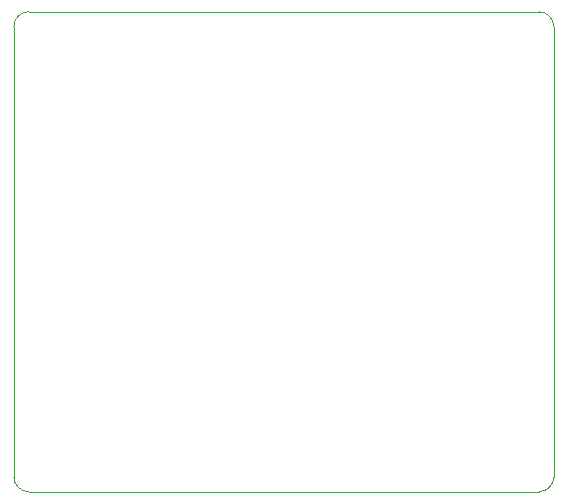
<source format=gbr>
G04 #@! TF.GenerationSoftware,KiCad,Pcbnew,(5.1.6)-1*
G04 #@! TF.CreationDate,2020-07-28T00:02:14-05:00*
G04 #@! TF.ProjectId,VL53L0XSensor,564c3533-4c30-4585-9365-6e736f722e6b,rev?*
G04 #@! TF.SameCoordinates,Original*
G04 #@! TF.FileFunction,Profile,NP*
%FSLAX46Y46*%
G04 Gerber Fmt 4.6, Leading zero omitted, Abs format (unit mm)*
G04 Created by KiCad (PCBNEW (5.1.6)-1) date 2020-07-28 00:02:14*
%MOMM*%
%LPD*%
G01*
G04 APERTURE LIST*
G04 #@! TA.AperFunction,Profile*
%ADD10C,0.050000*%
G04 #@! TD*
G04 APERTURE END LIST*
D10*
X156210000Y-55880000D02*
G75*
G02*
X157480000Y-57150000I0J-1270000D01*
G01*
X157480000Y-95250000D02*
G75*
G02*
X156210000Y-96520000I-1270000J0D01*
G01*
X113030000Y-96520000D02*
G75*
G02*
X111760000Y-95250000I0J1270000D01*
G01*
X111760000Y-57150000D02*
G75*
G02*
X113030000Y-55880000I1270000J0D01*
G01*
X111760000Y-95250000D02*
X111760000Y-57150000D01*
X156210000Y-96520000D02*
X113030000Y-96520000D01*
X157480000Y-57150000D02*
X157480000Y-95250000D01*
X113030000Y-55880000D02*
X156210000Y-55880000D01*
M02*

</source>
